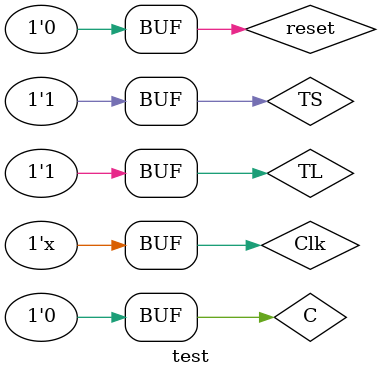
<source format=v>
`timescale 1ns / 1ps


module test;

	// Inputs
	reg reset;
	reg C;
	reg Clk;
	reg TS;
	reg TL;
	

	// Outputs
	wire MR;
	wire MY;
	wire MG;
	wire SR;
	wire SY;
	wire SG;
	wire ST;
	

	// Instantiate the Unit Under Test (UUT)
	fsm uut (
		.reset(reset), 
		.C(C), 
		.Clk(Clk), 
		.MR(MR), 
		.MY(MY), 
		.MG(MG), 
		.SR(SR), 
		.SY(SY), 
		.SG(SG),
		.TS(TS),
		.TL(TL),
		.ST(ST)
	);
	initial begin
		reset = 1;
		C = 0;
		Clk = 0;
		TS = 0;
		TL = 0;
		#100 TS=0;TL=1;C=1;reset=0;
		#100 TS=0;TL=0;C=0;reset=0;
		#100 TS=1;TL=1;C=0;reset=0;
		#100;

	end
   always begin
		#100 Clk=~Clk;
	end


      
endmodule


</source>
